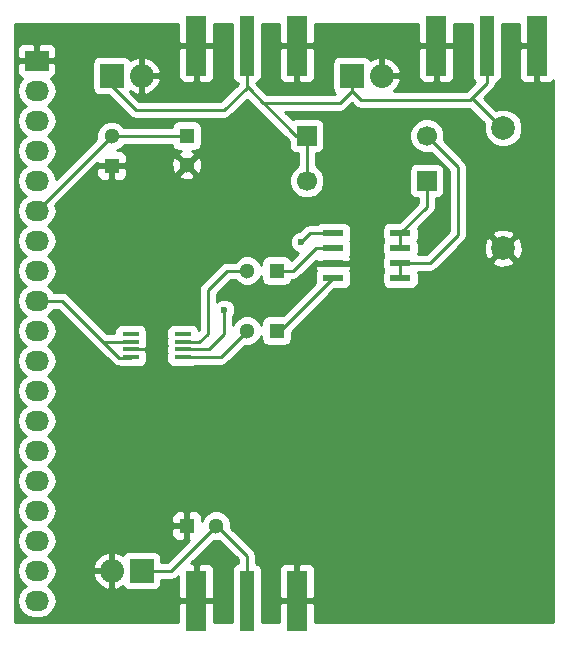
<source format=gbr>
G04 #@! TF.FileFunction,Copper,L1,Top,Signal*
%FSLAX46Y46*%
G04 Gerber Fmt 4.6, Leading zero omitted, Abs format (unit mm)*
G04 Created by KiCad (PCBNEW 4.0.6-e0-6349~53~ubuntu16.04.1) date Thu Oct  5 16:52:54 2017*
%MOMM*%
%LPD*%
G01*
G04 APERTURE LIST*
%ADD10C,0.100000*%
%ADD11R,1.300000X1.300000*%
%ADD12C,1.300000*%
%ADD13C,1.699260*%
%ADD14R,1.699260X1.699260*%
%ADD15R,2.032000X1.727200*%
%ADD16O,2.032000X1.727200*%
%ADD17R,1.778000X5.080000*%
%ADD18R,1.270000X5.080000*%
%ADD19R,2.032000X2.032000*%
%ADD20O,2.032000X2.032000*%
%ADD21R,1.450000X0.450000*%
%ADD22R,1.800000X0.600000*%
%ADD23C,1.998980*%
%ADD24C,0.600000*%
%ADD25C,0.250000*%
%ADD26C,0.254000*%
G04 APERTURE END LIST*
D10*
D11*
X93980000Y-132080000D03*
D12*
X93980000Y-129580000D03*
D11*
X100330000Y-129540000D03*
D12*
X100330000Y-132040000D03*
D11*
X100330000Y-162560000D03*
D12*
X102830000Y-162560000D03*
D11*
X107950000Y-140970000D03*
D12*
X105450000Y-140970000D03*
D11*
X107950000Y-146050000D03*
D12*
X105450000Y-146050000D03*
D13*
X120650520Y-129537460D03*
D14*
X110490520Y-129537460D03*
D13*
X110489480Y-133352540D03*
D14*
X120649480Y-133352540D03*
D15*
X87630000Y-123190000D03*
D16*
X87630000Y-125730000D03*
X87630000Y-128270000D03*
X87630000Y-130810000D03*
X87630000Y-133350000D03*
X87630000Y-135890000D03*
X87630000Y-138430000D03*
X87630000Y-140970000D03*
X87630000Y-143510000D03*
X87630000Y-146050000D03*
X87630000Y-148590000D03*
X87630000Y-151130000D03*
X87630000Y-153670000D03*
X87630000Y-156210000D03*
X87630000Y-158750000D03*
X87630000Y-161290000D03*
X87630000Y-163830000D03*
X87630000Y-166370000D03*
X87630000Y-168910000D03*
D17*
X101155500Y-168910000D03*
X109664500Y-168910000D03*
D18*
X105410000Y-168910000D03*
D19*
X96520000Y-166370000D03*
D20*
X93980000Y-166370000D03*
D17*
X121475500Y-121920000D03*
X129984500Y-121920000D03*
D18*
X125730000Y-121920000D03*
D17*
X101155500Y-121920000D03*
X109664500Y-121920000D03*
D18*
X105410000Y-121920000D03*
D19*
X114300000Y-124460000D03*
D20*
X116840000Y-124460000D03*
D19*
X93980000Y-124460000D03*
D20*
X96520000Y-124460000D03*
D21*
X95590000Y-146345000D03*
X95590000Y-146995000D03*
X95590000Y-147645000D03*
X95590000Y-148295000D03*
X99990000Y-148295000D03*
X99990000Y-147645000D03*
X99990000Y-146995000D03*
X99990000Y-146345000D03*
D22*
X112720000Y-137795000D03*
X112720000Y-139065000D03*
X112720000Y-140335000D03*
X112720000Y-141605000D03*
X118420000Y-141605000D03*
X118420000Y-140335000D03*
X118420000Y-139065000D03*
X118420000Y-137795000D03*
D23*
X127127000Y-128905000D03*
X127127000Y-139065000D03*
D24*
X103505000Y-144272000D03*
X109982000Y-138557000D03*
D25*
X102235000Y-147574000D02*
X100061000Y-147574000D01*
X103505000Y-146304000D02*
X102235000Y-147574000D01*
X103505000Y-144272000D02*
X103505000Y-146304000D01*
X100061000Y-147574000D02*
X99990000Y-147645000D01*
X87630000Y-135890000D02*
X87670000Y-135890000D01*
X87670000Y-135890000D02*
X94020000Y-129540000D01*
X94020000Y-129540000D02*
X100330000Y-129540000D01*
X110744000Y-137795000D02*
X112720000Y-137795000D01*
X109982000Y-138557000D02*
X110744000Y-137795000D01*
X102870000Y-162560000D02*
X105410000Y-165100000D01*
X105410000Y-165100000D02*
X105410000Y-168910000D01*
X96520000Y-166370000D02*
X99020000Y-166370000D01*
X99020000Y-166370000D02*
X102830000Y-162560000D01*
X107950000Y-140970000D02*
X109347000Y-140970000D01*
X111252000Y-139065000D02*
X112720000Y-139065000D01*
X109347000Y-140970000D02*
X111252000Y-139065000D01*
X105450000Y-140970000D02*
X103759000Y-140970000D01*
X101417000Y-146995000D02*
X99990000Y-146995000D01*
X102108000Y-146304000D02*
X101417000Y-146995000D01*
X102108000Y-142621000D02*
X102108000Y-146304000D01*
X103759000Y-140970000D02*
X102108000Y-142621000D01*
X107950000Y-146050000D02*
X108275000Y-146050000D01*
X108275000Y-146050000D02*
X112720000Y-141605000D01*
X99990000Y-148295000D02*
X103205000Y-148295000D01*
X103205000Y-148295000D02*
X105450000Y-146050000D01*
X118420000Y-141605000D02*
X118420000Y-140335000D01*
X118420000Y-140335000D02*
X120904000Y-140335000D01*
X120904000Y-140335000D02*
X123317000Y-137922000D01*
X123317000Y-137922000D02*
X123317000Y-132203940D01*
X123317000Y-132203940D02*
X120650520Y-129537460D01*
X127127000Y-128905000D02*
X127000000Y-128905000D01*
X127000000Y-128905000D02*
X124460000Y-126365000D01*
X105410000Y-121920000D02*
X105410000Y-125349000D01*
X105410000Y-125349000D02*
X109598460Y-129537460D01*
X109598460Y-129537460D02*
X110490520Y-129537460D01*
X113284000Y-126746000D02*
X114300000Y-125730000D01*
X106807000Y-126746000D02*
X113284000Y-126746000D01*
X105410000Y-125349000D02*
X106807000Y-126746000D01*
X114300000Y-125730000D02*
X114300000Y-124460000D01*
X93980000Y-124460000D02*
X93980000Y-125349000D01*
X93980000Y-125349000D02*
X96012000Y-127381000D01*
X96012000Y-127381000D02*
X103505000Y-127381000D01*
X103505000Y-127381000D02*
X105410000Y-125476000D01*
X105410000Y-125476000D02*
X105410000Y-121920000D01*
X110489480Y-133352540D02*
X110489480Y-129538500D01*
X110489480Y-129538500D02*
X110490520Y-129537460D01*
X114300000Y-124460000D02*
X114300000Y-125730000D01*
X125730000Y-125095000D02*
X125730000Y-121920000D01*
X114300000Y-125730000D02*
X115062000Y-126492000D01*
X115062000Y-126492000D02*
X124333000Y-126492000D01*
X124333000Y-126492000D02*
X124460000Y-126365000D01*
X124460000Y-126365000D02*
X125730000Y-125095000D01*
X118420000Y-139065000D02*
X118420000Y-137795000D01*
X118420000Y-137795000D02*
X120649480Y-135565520D01*
X120649480Y-135565520D02*
X120649480Y-133352540D01*
X93274000Y-146995000D02*
X94615000Y-148336000D01*
X94615000Y-148336000D02*
X95549000Y-148336000D01*
X95549000Y-148336000D02*
X95590000Y-148295000D01*
X87630000Y-143510000D02*
X89789000Y-143510000D01*
X93274000Y-146995000D02*
X93472000Y-146995000D01*
X93472000Y-146995000D02*
X95590000Y-146995000D01*
X89789000Y-143510000D02*
X93274000Y-146995000D01*
X95590000Y-147645000D02*
X97353000Y-147645000D01*
X93980000Y-136017000D02*
X93980000Y-132080000D01*
X97663000Y-139700000D02*
X93980000Y-136017000D01*
X97663000Y-147335000D02*
X97663000Y-139700000D01*
X97353000Y-147645000D02*
X97663000Y-147335000D01*
D26*
G36*
X99631500Y-121634250D02*
X99790250Y-121793000D01*
X101028500Y-121793000D01*
X101028500Y-121773000D01*
X101282500Y-121773000D01*
X101282500Y-121793000D01*
X102520750Y-121793000D01*
X102679500Y-121634250D01*
X102679500Y-120090000D01*
X104127560Y-120090000D01*
X104127560Y-124460000D01*
X104171838Y-124695317D01*
X104310910Y-124911441D01*
X104523110Y-125056431D01*
X104650000Y-125082127D01*
X104650000Y-125161198D01*
X103190198Y-126621000D01*
X96326802Y-126621000D01*
X95527996Y-125822194D01*
X95547856Y-125793128D01*
X95551621Y-125797188D01*
X96137054Y-126065983D01*
X96393000Y-125947367D01*
X96393000Y-124587000D01*
X96647000Y-124587000D01*
X96647000Y-125947367D01*
X96902946Y-126065983D01*
X97488379Y-125797188D01*
X97926385Y-125324818D01*
X98125975Y-124842944D01*
X98006836Y-124587000D01*
X96647000Y-124587000D01*
X96393000Y-124587000D01*
X96373000Y-124587000D01*
X96373000Y-124333000D01*
X96393000Y-124333000D01*
X96393000Y-122972633D01*
X96647000Y-122972633D01*
X96647000Y-124333000D01*
X98006836Y-124333000D01*
X98125975Y-124077056D01*
X97926385Y-123595182D01*
X97488379Y-123122812D01*
X96902946Y-122854017D01*
X96647000Y-122972633D01*
X96393000Y-122972633D01*
X96137054Y-122854017D01*
X95551621Y-123122812D01*
X95547066Y-123127724D01*
X95460090Y-122992559D01*
X95247890Y-122847569D01*
X94996000Y-122796560D01*
X92964000Y-122796560D01*
X92728683Y-122840838D01*
X92512559Y-122979910D01*
X92367569Y-123192110D01*
X92316560Y-123444000D01*
X92316560Y-125476000D01*
X92360838Y-125711317D01*
X92499910Y-125927441D01*
X92712110Y-126072431D01*
X92964000Y-126123440D01*
X93679638Y-126123440D01*
X95474599Y-127918401D01*
X95721161Y-128083148D01*
X96012000Y-128141000D01*
X103505000Y-128141000D01*
X103795839Y-128083148D01*
X104042401Y-127918401D01*
X105473500Y-126487302D01*
X108993450Y-130007252D01*
X108993450Y-130387090D01*
X109037728Y-130622407D01*
X109176800Y-130838531D01*
X109389000Y-130983521D01*
X109640890Y-131034530D01*
X109729480Y-131034530D01*
X109729480Y-132060193D01*
X109649603Y-132093198D01*
X109231606Y-132510466D01*
X109005108Y-133055933D01*
X109004592Y-133646556D01*
X109230138Y-134192417D01*
X109647406Y-134610414D01*
X110192873Y-134836912D01*
X110783496Y-134837428D01*
X111329357Y-134611882D01*
X111747354Y-134194614D01*
X111973852Y-133649147D01*
X111974368Y-133058524D01*
X111748822Y-132512663D01*
X111331554Y-132094666D01*
X111249480Y-132060586D01*
X111249480Y-131034530D01*
X111340150Y-131034530D01*
X111575467Y-130990252D01*
X111791591Y-130851180D01*
X111936581Y-130638980D01*
X111987590Y-130387090D01*
X111987590Y-128687830D01*
X111943312Y-128452513D01*
X111804240Y-128236389D01*
X111592040Y-128091399D01*
X111340150Y-128040390D01*
X109640890Y-128040390D01*
X109405573Y-128084668D01*
X109292944Y-128157142D01*
X108641802Y-127506000D01*
X113284000Y-127506000D01*
X113574839Y-127448148D01*
X113821401Y-127283401D01*
X114300000Y-126804802D01*
X114524599Y-127029401D01*
X114771161Y-127194148D01*
X115062000Y-127252000D01*
X124272198Y-127252000D01*
X125523853Y-128503655D01*
X125492794Y-128578453D01*
X125492226Y-129228694D01*
X125740538Y-129829655D01*
X126199927Y-130289846D01*
X126800453Y-130539206D01*
X127450694Y-130539774D01*
X128051655Y-130291462D01*
X128511846Y-129832073D01*
X128761206Y-129231547D01*
X128761774Y-128581306D01*
X128513462Y-127980345D01*
X128054073Y-127520154D01*
X127453547Y-127270794D01*
X126803306Y-127270226D01*
X126546244Y-127376442D01*
X125534802Y-126365000D01*
X126267401Y-125632401D01*
X126432148Y-125385840D01*
X126490000Y-125095000D01*
X126490000Y-125083920D01*
X126600317Y-125063162D01*
X126816441Y-124924090D01*
X126961431Y-124711890D01*
X127012440Y-124460000D01*
X127012440Y-122205750D01*
X128460500Y-122205750D01*
X128460500Y-124586310D01*
X128557173Y-124819699D01*
X128735802Y-124998327D01*
X128969191Y-125095000D01*
X129698750Y-125095000D01*
X129857500Y-124936250D01*
X129857500Y-122047000D01*
X128619250Y-122047000D01*
X128460500Y-122205750D01*
X127012440Y-122205750D01*
X127012440Y-120090000D01*
X128460500Y-120090000D01*
X128460500Y-121634250D01*
X128619250Y-121793000D01*
X129857500Y-121793000D01*
X129857500Y-121773000D01*
X130111500Y-121773000D01*
X130111500Y-121793000D01*
X130131500Y-121793000D01*
X130131500Y-122047000D01*
X130111500Y-122047000D01*
X130111500Y-124936250D01*
X130270250Y-125095000D01*
X130999809Y-125095000D01*
X131233198Y-124998327D01*
X131370000Y-124861526D01*
X131370000Y-170740000D01*
X111188500Y-170740000D01*
X111188500Y-169195750D01*
X111029750Y-169037000D01*
X109791500Y-169037000D01*
X109791500Y-169057000D01*
X109537500Y-169057000D01*
X109537500Y-169037000D01*
X108299250Y-169037000D01*
X108140500Y-169195750D01*
X108140500Y-170740000D01*
X106692440Y-170740000D01*
X106692440Y-166370000D01*
X106668674Y-166243690D01*
X108140500Y-166243690D01*
X108140500Y-168624250D01*
X108299250Y-168783000D01*
X109537500Y-168783000D01*
X109537500Y-165893750D01*
X109791500Y-165893750D01*
X109791500Y-168783000D01*
X111029750Y-168783000D01*
X111188500Y-168624250D01*
X111188500Y-166243690D01*
X111091827Y-166010301D01*
X110913198Y-165831673D01*
X110679809Y-165735000D01*
X109950250Y-165735000D01*
X109791500Y-165893750D01*
X109537500Y-165893750D01*
X109378750Y-165735000D01*
X108649191Y-165735000D01*
X108415802Y-165831673D01*
X108237173Y-166010301D01*
X108140500Y-166243690D01*
X106668674Y-166243690D01*
X106648162Y-166134683D01*
X106509090Y-165918559D01*
X106296890Y-165773569D01*
X106170000Y-165747873D01*
X106170000Y-165100000D01*
X106112148Y-164809161D01*
X106112148Y-164809160D01*
X105947401Y-164562599D01*
X104114853Y-162730051D01*
X104115223Y-162305519D01*
X103920005Y-161833057D01*
X103558845Y-161471265D01*
X103086724Y-161275223D01*
X102575519Y-161274777D01*
X102103057Y-161469995D01*
X101741265Y-161831155D01*
X101615000Y-162135235D01*
X101615000Y-161783690D01*
X101518327Y-161550301D01*
X101339698Y-161371673D01*
X101106309Y-161275000D01*
X100615750Y-161275000D01*
X100457000Y-161433750D01*
X100457000Y-162433000D01*
X100477000Y-162433000D01*
X100477000Y-162687000D01*
X100457000Y-162687000D01*
X100457000Y-163686250D01*
X100542974Y-163772224D01*
X98705198Y-165610000D01*
X98183440Y-165610000D01*
X98183440Y-165354000D01*
X98139162Y-165118683D01*
X98000090Y-164902559D01*
X97787890Y-164757569D01*
X97536000Y-164706560D01*
X95504000Y-164706560D01*
X95268683Y-164750838D01*
X95052559Y-164889910D01*
X94952144Y-165036872D01*
X94948379Y-165032812D01*
X94362946Y-164764017D01*
X94107000Y-164882633D01*
X94107000Y-166243000D01*
X94127000Y-166243000D01*
X94127000Y-166497000D01*
X94107000Y-166497000D01*
X94107000Y-167857367D01*
X94362946Y-167975983D01*
X94948379Y-167707188D01*
X94952934Y-167702276D01*
X95039910Y-167837441D01*
X95252110Y-167982431D01*
X95504000Y-168033440D01*
X97536000Y-168033440D01*
X97771317Y-167989162D01*
X97987441Y-167850090D01*
X98132431Y-167637890D01*
X98183440Y-167386000D01*
X98183440Y-167130000D01*
X99020000Y-167130000D01*
X99310839Y-167072148D01*
X99557401Y-166907401D01*
X99631500Y-166833302D01*
X99631500Y-168624250D01*
X99790250Y-168783000D01*
X101028500Y-168783000D01*
X101028500Y-165893750D01*
X101282500Y-165893750D01*
X101282500Y-168783000D01*
X102520750Y-168783000D01*
X102679500Y-168624250D01*
X102679500Y-166243690D01*
X102582827Y-166010301D01*
X102404198Y-165831673D01*
X102170809Y-165735000D01*
X101441250Y-165735000D01*
X101282500Y-165893750D01*
X101028500Y-165893750D01*
X100869750Y-165735000D01*
X100729802Y-165735000D01*
X102619984Y-163844818D01*
X103080417Y-163845219D01*
X104650000Y-165414802D01*
X104650000Y-165746080D01*
X104539683Y-165766838D01*
X104323559Y-165905910D01*
X104178569Y-166118110D01*
X104127560Y-166370000D01*
X104127560Y-170740000D01*
X102679500Y-170740000D01*
X102679500Y-169195750D01*
X102520750Y-169037000D01*
X101282500Y-169037000D01*
X101282500Y-169057000D01*
X101028500Y-169057000D01*
X101028500Y-169037000D01*
X99790250Y-169037000D01*
X99631500Y-169195750D01*
X99631500Y-170740000D01*
X85800000Y-170740000D01*
X85800000Y-125730000D01*
X85946655Y-125730000D01*
X86060729Y-126303489D01*
X86385585Y-126789670D01*
X86700366Y-127000000D01*
X86385585Y-127210330D01*
X86060729Y-127696511D01*
X85946655Y-128270000D01*
X86060729Y-128843489D01*
X86385585Y-129329670D01*
X86700366Y-129540000D01*
X86385585Y-129750330D01*
X86060729Y-130236511D01*
X85946655Y-130810000D01*
X86060729Y-131383489D01*
X86385585Y-131869670D01*
X86700366Y-132080000D01*
X86385585Y-132290330D01*
X86060729Y-132776511D01*
X85946655Y-133350000D01*
X86060729Y-133923489D01*
X86385585Y-134409670D01*
X86700366Y-134620000D01*
X86385585Y-134830330D01*
X86060729Y-135316511D01*
X85946655Y-135890000D01*
X86060729Y-136463489D01*
X86385585Y-136949670D01*
X86700366Y-137160000D01*
X86385585Y-137370330D01*
X86060729Y-137856511D01*
X85946655Y-138430000D01*
X86060729Y-139003489D01*
X86385585Y-139489670D01*
X86700366Y-139700000D01*
X86385585Y-139910330D01*
X86060729Y-140396511D01*
X85946655Y-140970000D01*
X86060729Y-141543489D01*
X86385585Y-142029670D01*
X86700366Y-142240000D01*
X86385585Y-142450330D01*
X86060729Y-142936511D01*
X85946655Y-143510000D01*
X86060729Y-144083489D01*
X86385585Y-144569670D01*
X86700366Y-144780000D01*
X86385585Y-144990330D01*
X86060729Y-145476511D01*
X85946655Y-146050000D01*
X86060729Y-146623489D01*
X86385585Y-147109670D01*
X86700366Y-147320000D01*
X86385585Y-147530330D01*
X86060729Y-148016511D01*
X85946655Y-148590000D01*
X86060729Y-149163489D01*
X86385585Y-149649670D01*
X86700366Y-149860000D01*
X86385585Y-150070330D01*
X86060729Y-150556511D01*
X85946655Y-151130000D01*
X86060729Y-151703489D01*
X86385585Y-152189670D01*
X86700366Y-152400000D01*
X86385585Y-152610330D01*
X86060729Y-153096511D01*
X85946655Y-153670000D01*
X86060729Y-154243489D01*
X86385585Y-154729670D01*
X86700366Y-154940000D01*
X86385585Y-155150330D01*
X86060729Y-155636511D01*
X85946655Y-156210000D01*
X86060729Y-156783489D01*
X86385585Y-157269670D01*
X86700366Y-157480000D01*
X86385585Y-157690330D01*
X86060729Y-158176511D01*
X85946655Y-158750000D01*
X86060729Y-159323489D01*
X86385585Y-159809670D01*
X86700366Y-160020000D01*
X86385585Y-160230330D01*
X86060729Y-160716511D01*
X85946655Y-161290000D01*
X86060729Y-161863489D01*
X86385585Y-162349670D01*
X86700366Y-162560000D01*
X86385585Y-162770330D01*
X86060729Y-163256511D01*
X85946655Y-163830000D01*
X86060729Y-164403489D01*
X86385585Y-164889670D01*
X86700366Y-165100000D01*
X86385585Y-165310330D01*
X86060729Y-165796511D01*
X85946655Y-166370000D01*
X86060729Y-166943489D01*
X86385585Y-167429670D01*
X86700366Y-167640000D01*
X86385585Y-167850330D01*
X86060729Y-168336511D01*
X85946655Y-168910000D01*
X86060729Y-169483489D01*
X86385585Y-169969670D01*
X86871766Y-170294526D01*
X87445255Y-170408600D01*
X87814745Y-170408600D01*
X88388234Y-170294526D01*
X88874415Y-169969670D01*
X89199271Y-169483489D01*
X89313345Y-168910000D01*
X89199271Y-168336511D01*
X88874415Y-167850330D01*
X88559634Y-167640000D01*
X88874415Y-167429670D01*
X89199271Y-166943489D01*
X89237172Y-166752944D01*
X92374025Y-166752944D01*
X92573615Y-167234818D01*
X93011621Y-167707188D01*
X93597054Y-167975983D01*
X93853000Y-167857367D01*
X93853000Y-166497000D01*
X92493164Y-166497000D01*
X92374025Y-166752944D01*
X89237172Y-166752944D01*
X89313345Y-166370000D01*
X89237173Y-165987056D01*
X92374025Y-165987056D01*
X92493164Y-166243000D01*
X93853000Y-166243000D01*
X93853000Y-164882633D01*
X93597054Y-164764017D01*
X93011621Y-165032812D01*
X92573615Y-165505182D01*
X92374025Y-165987056D01*
X89237173Y-165987056D01*
X89199271Y-165796511D01*
X88874415Y-165310330D01*
X88559634Y-165100000D01*
X88874415Y-164889670D01*
X89199271Y-164403489D01*
X89313345Y-163830000D01*
X89199271Y-163256511D01*
X88924810Y-162845750D01*
X99045000Y-162845750D01*
X99045000Y-163336310D01*
X99141673Y-163569699D01*
X99320302Y-163748327D01*
X99553691Y-163845000D01*
X100044250Y-163845000D01*
X100203000Y-163686250D01*
X100203000Y-162687000D01*
X99203750Y-162687000D01*
X99045000Y-162845750D01*
X88924810Y-162845750D01*
X88874415Y-162770330D01*
X88559634Y-162560000D01*
X88874415Y-162349670D01*
X89199271Y-161863489D01*
X89215144Y-161783690D01*
X99045000Y-161783690D01*
X99045000Y-162274250D01*
X99203750Y-162433000D01*
X100203000Y-162433000D01*
X100203000Y-161433750D01*
X100044250Y-161275000D01*
X99553691Y-161275000D01*
X99320302Y-161371673D01*
X99141673Y-161550301D01*
X99045000Y-161783690D01*
X89215144Y-161783690D01*
X89313345Y-161290000D01*
X89199271Y-160716511D01*
X88874415Y-160230330D01*
X88559634Y-160020000D01*
X88874415Y-159809670D01*
X89199271Y-159323489D01*
X89313345Y-158750000D01*
X89199271Y-158176511D01*
X88874415Y-157690330D01*
X88559634Y-157480000D01*
X88874415Y-157269670D01*
X89199271Y-156783489D01*
X89313345Y-156210000D01*
X89199271Y-155636511D01*
X88874415Y-155150330D01*
X88559634Y-154940000D01*
X88874415Y-154729670D01*
X89199271Y-154243489D01*
X89313345Y-153670000D01*
X89199271Y-153096511D01*
X88874415Y-152610330D01*
X88559634Y-152400000D01*
X88874415Y-152189670D01*
X89199271Y-151703489D01*
X89313345Y-151130000D01*
X89199271Y-150556511D01*
X88874415Y-150070330D01*
X88559634Y-149860000D01*
X88874415Y-149649670D01*
X89199271Y-149163489D01*
X89313345Y-148590000D01*
X89199271Y-148016511D01*
X88874415Y-147530330D01*
X88559634Y-147320000D01*
X88874415Y-147109670D01*
X89199271Y-146623489D01*
X89313345Y-146050000D01*
X89199271Y-145476511D01*
X88874415Y-144990330D01*
X88559634Y-144780000D01*
X88874415Y-144569670D01*
X89074648Y-144270000D01*
X89474198Y-144270000D01*
X94077599Y-148873401D01*
X94324160Y-149038148D01*
X94570152Y-149087079D01*
X94613110Y-149116431D01*
X94865000Y-149167440D01*
X96315000Y-149167440D01*
X96550317Y-149123162D01*
X96766441Y-148984090D01*
X96911431Y-148771890D01*
X96962440Y-148520000D01*
X96962440Y-148070000D01*
X96949020Y-147998677D01*
X96950000Y-147996310D01*
X96950000Y-147916250D01*
X96929688Y-147895938D01*
X96918162Y-147834683D01*
X96794671Y-147642773D01*
X96911431Y-147471890D01*
X96926558Y-147397192D01*
X96950000Y-147373750D01*
X96950000Y-147293690D01*
X96948333Y-147289665D01*
X96962440Y-147220000D01*
X96962440Y-146770000D01*
X96942933Y-146666329D01*
X96962440Y-146570000D01*
X96962440Y-146120000D01*
X98617560Y-146120000D01*
X98617560Y-146570000D01*
X98637067Y-146673671D01*
X98617560Y-146770000D01*
X98617560Y-147220000D01*
X98637067Y-147323671D01*
X98617560Y-147420000D01*
X98617560Y-147870000D01*
X98637067Y-147973671D01*
X98617560Y-148070000D01*
X98617560Y-148520000D01*
X98661838Y-148755317D01*
X98800910Y-148971441D01*
X99013110Y-149116431D01*
X99265000Y-149167440D01*
X100715000Y-149167440D01*
X100950317Y-149123162D01*
X101056244Y-149055000D01*
X103205000Y-149055000D01*
X103495839Y-148997148D01*
X103742401Y-148832401D01*
X105239984Y-147334818D01*
X105704481Y-147335223D01*
X106176943Y-147140005D01*
X106538735Y-146778845D01*
X106652560Y-146504724D01*
X106652560Y-146700000D01*
X106696838Y-146935317D01*
X106835910Y-147151441D01*
X107048110Y-147296431D01*
X107300000Y-147347440D01*
X108600000Y-147347440D01*
X108835317Y-147303162D01*
X109051441Y-147164090D01*
X109196431Y-146951890D01*
X109247440Y-146700000D01*
X109247440Y-146152362D01*
X112847362Y-142552440D01*
X113620000Y-142552440D01*
X113855317Y-142508162D01*
X114071441Y-142369090D01*
X114216431Y-142156890D01*
X114267440Y-141905000D01*
X114267440Y-141305000D01*
X114223162Y-141069683D01*
X114164822Y-140979020D01*
X114255000Y-140761310D01*
X114255000Y-140620750D01*
X114096250Y-140462000D01*
X112847000Y-140462000D01*
X112847000Y-140482000D01*
X112593000Y-140482000D01*
X112593000Y-140462000D01*
X111343750Y-140462000D01*
X111185000Y-140620750D01*
X111185000Y-140761310D01*
X111274806Y-140978122D01*
X111223569Y-141053110D01*
X111172560Y-141305000D01*
X111172560Y-141905000D01*
X111199900Y-142050298D01*
X108497638Y-144752560D01*
X107300000Y-144752560D01*
X107064683Y-144796838D01*
X106848559Y-144935910D01*
X106703569Y-145148110D01*
X106652560Y-145400000D01*
X106652560Y-145595460D01*
X106540005Y-145323057D01*
X106178845Y-144961265D01*
X105706724Y-144765223D01*
X105195519Y-144764777D01*
X104723057Y-144959995D01*
X104361265Y-145321155D01*
X104265000Y-145552987D01*
X104265000Y-144834463D01*
X104297192Y-144802327D01*
X104439838Y-144458799D01*
X104440162Y-144086833D01*
X104298117Y-143743057D01*
X104035327Y-143479808D01*
X103691799Y-143337162D01*
X103319833Y-143336838D01*
X102976057Y-143478883D01*
X102868000Y-143586752D01*
X102868000Y-142935802D01*
X104073802Y-141730000D01*
X104392994Y-141730000D01*
X104721155Y-142058735D01*
X105193276Y-142254777D01*
X105704481Y-142255223D01*
X106176943Y-142060005D01*
X106538735Y-141698845D01*
X106652560Y-141424724D01*
X106652560Y-141620000D01*
X106696838Y-141855317D01*
X106835910Y-142071441D01*
X107048110Y-142216431D01*
X107300000Y-142267440D01*
X108600000Y-142267440D01*
X108835317Y-142223162D01*
X109051441Y-142084090D01*
X109196431Y-141871890D01*
X109225164Y-141730000D01*
X109347000Y-141730000D01*
X109637839Y-141672148D01*
X109884401Y-141507401D01*
X111263776Y-140128026D01*
X111343750Y-140208000D01*
X112593000Y-140208000D01*
X112593000Y-140188000D01*
X112847000Y-140188000D01*
X112847000Y-140208000D01*
X114096250Y-140208000D01*
X114255000Y-140049250D01*
X114255000Y-139908690D01*
X114165194Y-139691878D01*
X114216431Y-139616890D01*
X114267440Y-139365000D01*
X114267440Y-138765000D01*
X114223162Y-138529683D01*
X114159322Y-138430472D01*
X114216431Y-138346890D01*
X114267440Y-138095000D01*
X114267440Y-137495000D01*
X116872560Y-137495000D01*
X116872560Y-138095000D01*
X116916838Y-138330317D01*
X116980678Y-138429528D01*
X116923569Y-138513110D01*
X116872560Y-138765000D01*
X116872560Y-139365000D01*
X116916838Y-139600317D01*
X116980678Y-139699528D01*
X116923569Y-139783110D01*
X116872560Y-140035000D01*
X116872560Y-140635000D01*
X116916838Y-140870317D01*
X116980678Y-140969528D01*
X116923569Y-141053110D01*
X116872560Y-141305000D01*
X116872560Y-141905000D01*
X116916838Y-142140317D01*
X117055910Y-142356441D01*
X117268110Y-142501431D01*
X117520000Y-142552440D01*
X119320000Y-142552440D01*
X119555317Y-142508162D01*
X119771441Y-142369090D01*
X119916431Y-142156890D01*
X119967440Y-141905000D01*
X119967440Y-141305000D01*
X119927926Y-141095000D01*
X120904000Y-141095000D01*
X121194839Y-141037148D01*
X121441401Y-140872401D01*
X122096639Y-140217163D01*
X126154443Y-140217163D01*
X126253042Y-140483965D01*
X126862582Y-140710401D01*
X127512377Y-140686341D01*
X128000958Y-140483965D01*
X128099557Y-140217163D01*
X127127000Y-139244605D01*
X126154443Y-140217163D01*
X122096639Y-140217163D01*
X123513220Y-138800582D01*
X125481599Y-138800582D01*
X125505659Y-139450377D01*
X125708035Y-139938958D01*
X125974837Y-140037557D01*
X126947395Y-139065000D01*
X127306605Y-139065000D01*
X128279163Y-140037557D01*
X128545965Y-139938958D01*
X128772401Y-139329418D01*
X128748341Y-138679623D01*
X128545965Y-138191042D01*
X128279163Y-138092443D01*
X127306605Y-139065000D01*
X126947395Y-139065000D01*
X125974837Y-138092443D01*
X125708035Y-138191042D01*
X125481599Y-138800582D01*
X123513220Y-138800582D01*
X123854401Y-138459401D01*
X124019148Y-138212840D01*
X124077000Y-137922000D01*
X124077000Y-137912837D01*
X126154443Y-137912837D01*
X127127000Y-138885395D01*
X128099557Y-137912837D01*
X128000958Y-137646035D01*
X127391418Y-137419599D01*
X126741623Y-137443659D01*
X126253042Y-137646035D01*
X126154443Y-137912837D01*
X124077000Y-137912837D01*
X124077000Y-132203940D01*
X124029566Y-131965474D01*
X124019148Y-131913100D01*
X123854401Y-131666539D01*
X122101748Y-129913886D01*
X122134892Y-129834067D01*
X122135408Y-129243444D01*
X121909862Y-128697583D01*
X121492594Y-128279586D01*
X120947127Y-128053088D01*
X120356504Y-128052572D01*
X119810643Y-128278118D01*
X119392646Y-128695386D01*
X119166148Y-129240853D01*
X119165632Y-129831476D01*
X119391178Y-130377337D01*
X119808446Y-130795334D01*
X120353913Y-131021832D01*
X120944536Y-131022348D01*
X121026669Y-130988411D01*
X122557000Y-132518742D01*
X122557000Y-137607198D01*
X120589198Y-139575000D01*
X119924914Y-139575000D01*
X119967440Y-139365000D01*
X119967440Y-138765000D01*
X119923162Y-138529683D01*
X119859322Y-138430472D01*
X119916431Y-138346890D01*
X119967440Y-138095000D01*
X119967440Y-137495000D01*
X119940100Y-137349702D01*
X121186881Y-136102921D01*
X121351628Y-135856359D01*
X121409480Y-135565520D01*
X121409480Y-134849610D01*
X121499110Y-134849610D01*
X121734427Y-134805332D01*
X121950551Y-134666260D01*
X122095541Y-134454060D01*
X122146550Y-134202170D01*
X122146550Y-132502910D01*
X122102272Y-132267593D01*
X121963200Y-132051469D01*
X121751000Y-131906479D01*
X121499110Y-131855470D01*
X119799850Y-131855470D01*
X119564533Y-131899748D01*
X119348409Y-132038820D01*
X119203419Y-132251020D01*
X119152410Y-132502910D01*
X119152410Y-134202170D01*
X119196688Y-134437487D01*
X119335760Y-134653611D01*
X119547960Y-134798601D01*
X119799850Y-134849610D01*
X119889480Y-134849610D01*
X119889480Y-135250718D01*
X118292638Y-136847560D01*
X117520000Y-136847560D01*
X117284683Y-136891838D01*
X117068559Y-137030910D01*
X116923569Y-137243110D01*
X116872560Y-137495000D01*
X114267440Y-137495000D01*
X114223162Y-137259683D01*
X114084090Y-137043559D01*
X113871890Y-136898569D01*
X113620000Y-136847560D01*
X111820000Y-136847560D01*
X111584683Y-136891838D01*
X111368559Y-137030910D01*
X111365764Y-137035000D01*
X110744000Y-137035000D01*
X110453161Y-137092852D01*
X110206599Y-137257599D01*
X109842320Y-137621878D01*
X109796833Y-137621838D01*
X109453057Y-137763883D01*
X109189808Y-138026673D01*
X109047162Y-138370201D01*
X109046838Y-138742167D01*
X109188883Y-139085943D01*
X109451673Y-139349192D01*
X109763517Y-139478681D01*
X109185290Y-140056908D01*
X109064090Y-139868559D01*
X108851890Y-139723569D01*
X108600000Y-139672560D01*
X107300000Y-139672560D01*
X107064683Y-139716838D01*
X106848559Y-139855910D01*
X106703569Y-140068110D01*
X106652560Y-140320000D01*
X106652560Y-140515460D01*
X106540005Y-140243057D01*
X106178845Y-139881265D01*
X105706724Y-139685223D01*
X105195519Y-139684777D01*
X104723057Y-139879995D01*
X104392475Y-140210000D01*
X103759000Y-140210000D01*
X103468161Y-140267852D01*
X103221599Y-140432599D01*
X101570599Y-142083599D01*
X101405852Y-142330161D01*
X101348000Y-142621000D01*
X101348000Y-145989198D01*
X101339439Y-145997759D01*
X101318162Y-145884683D01*
X101179090Y-145668559D01*
X100966890Y-145523569D01*
X100715000Y-145472560D01*
X99265000Y-145472560D01*
X99029683Y-145516838D01*
X98813559Y-145655910D01*
X98668569Y-145868110D01*
X98617560Y-146120000D01*
X96962440Y-146120000D01*
X96918162Y-145884683D01*
X96779090Y-145668559D01*
X96566890Y-145523569D01*
X96315000Y-145472560D01*
X94865000Y-145472560D01*
X94629683Y-145516838D01*
X94413559Y-145655910D01*
X94268569Y-145868110D01*
X94217560Y-146120000D01*
X94217560Y-146235000D01*
X93588802Y-146235000D01*
X90326401Y-142972599D01*
X90079839Y-142807852D01*
X89789000Y-142750000D01*
X89074648Y-142750000D01*
X88874415Y-142450330D01*
X88559634Y-142240000D01*
X88874415Y-142029670D01*
X89199271Y-141543489D01*
X89313345Y-140970000D01*
X89199271Y-140396511D01*
X88874415Y-139910330D01*
X88559634Y-139700000D01*
X88874415Y-139489670D01*
X89199271Y-139003489D01*
X89313345Y-138430000D01*
X89199271Y-137856511D01*
X88874415Y-137370330D01*
X88559634Y-137160000D01*
X88874415Y-136949670D01*
X89199271Y-136463489D01*
X89313345Y-135890000D01*
X89219018Y-135415784D01*
X92269052Y-132365750D01*
X92695000Y-132365750D01*
X92695000Y-132856309D01*
X92791673Y-133089698D01*
X92970301Y-133268327D01*
X93203690Y-133365000D01*
X93694250Y-133365000D01*
X93853000Y-133206250D01*
X93853000Y-132207000D01*
X94107000Y-132207000D01*
X94107000Y-133206250D01*
X94265750Y-133365000D01*
X94756310Y-133365000D01*
X94989699Y-133268327D01*
X95168327Y-133089698D01*
X95230741Y-132939016D01*
X99610590Y-132939016D01*
X99666271Y-133169611D01*
X100149078Y-133337622D01*
X100659428Y-133308083D01*
X100993729Y-133169611D01*
X101049410Y-132939016D01*
X100330000Y-132219605D01*
X99610590Y-132939016D01*
X95230741Y-132939016D01*
X95265000Y-132856309D01*
X95265000Y-132365750D01*
X95106250Y-132207000D01*
X94107000Y-132207000D01*
X93853000Y-132207000D01*
X92853750Y-132207000D01*
X92695000Y-132365750D01*
X92269052Y-132365750D01*
X92767776Y-131867026D01*
X92853750Y-131953000D01*
X93853000Y-131953000D01*
X93853000Y-131933000D01*
X94107000Y-131933000D01*
X94107000Y-131953000D01*
X95106250Y-131953000D01*
X95200172Y-131859078D01*
X99032378Y-131859078D01*
X99061917Y-132369428D01*
X99200389Y-132703729D01*
X99430984Y-132759410D01*
X100150395Y-132040000D01*
X100509605Y-132040000D01*
X101229016Y-132759410D01*
X101459611Y-132703729D01*
X101627622Y-132220922D01*
X101598083Y-131710572D01*
X101459611Y-131376271D01*
X101229016Y-131320590D01*
X100509605Y-132040000D01*
X100150395Y-132040000D01*
X99430984Y-131320590D01*
X99200389Y-131376271D01*
X99032378Y-131859078D01*
X95200172Y-131859078D01*
X95265000Y-131794250D01*
X95265000Y-131303691D01*
X95168327Y-131070302D01*
X94989699Y-130891673D01*
X94756310Y-130795000D01*
X94404433Y-130795000D01*
X94706943Y-130670005D01*
X95068735Y-130308845D01*
X95072408Y-130300000D01*
X99053258Y-130300000D01*
X99076838Y-130425317D01*
X99215910Y-130641441D01*
X99428110Y-130786431D01*
X99680000Y-130837440D01*
X99842385Y-130837440D01*
X99666271Y-130910389D01*
X99610590Y-131140984D01*
X100330000Y-131860395D01*
X101049410Y-131140984D01*
X100993729Y-130910389D01*
X100784098Y-130837440D01*
X100980000Y-130837440D01*
X101215317Y-130793162D01*
X101431441Y-130654090D01*
X101576431Y-130441890D01*
X101627440Y-130190000D01*
X101627440Y-128890000D01*
X101583162Y-128654683D01*
X101444090Y-128438559D01*
X101231890Y-128293569D01*
X100980000Y-128242560D01*
X99680000Y-128242560D01*
X99444683Y-128286838D01*
X99228559Y-128425910D01*
X99083569Y-128638110D01*
X99054836Y-128780000D01*
X94997076Y-128780000D01*
X94708845Y-128491265D01*
X94236724Y-128295223D01*
X93725519Y-128294777D01*
X93253057Y-128489995D01*
X92891265Y-128851155D01*
X92695223Y-129323276D01*
X92694815Y-129790383D01*
X89283789Y-133201409D01*
X89199271Y-132776511D01*
X88874415Y-132290330D01*
X88559634Y-132080000D01*
X88874415Y-131869670D01*
X89199271Y-131383489D01*
X89313345Y-130810000D01*
X89199271Y-130236511D01*
X88874415Y-129750330D01*
X88559634Y-129540000D01*
X88874415Y-129329670D01*
X89199271Y-128843489D01*
X89313345Y-128270000D01*
X89199271Y-127696511D01*
X88874415Y-127210330D01*
X88559634Y-127000000D01*
X88874415Y-126789670D01*
X89199271Y-126303489D01*
X89313345Y-125730000D01*
X89199271Y-125156511D01*
X88874415Y-124670330D01*
X88852220Y-124655500D01*
X89005699Y-124591927D01*
X89184327Y-124413298D01*
X89281000Y-124179909D01*
X89281000Y-123475750D01*
X89122250Y-123317000D01*
X87757000Y-123317000D01*
X87757000Y-123337000D01*
X87503000Y-123337000D01*
X87503000Y-123317000D01*
X86137750Y-123317000D01*
X85979000Y-123475750D01*
X85979000Y-124179909D01*
X86075673Y-124413298D01*
X86254301Y-124591927D01*
X86407780Y-124655500D01*
X86385585Y-124670330D01*
X86060729Y-125156511D01*
X85946655Y-125730000D01*
X85800000Y-125730000D01*
X85800000Y-122200091D01*
X85979000Y-122200091D01*
X85979000Y-122904250D01*
X86137750Y-123063000D01*
X87503000Y-123063000D01*
X87503000Y-121850150D01*
X87757000Y-121850150D01*
X87757000Y-123063000D01*
X89122250Y-123063000D01*
X89281000Y-122904250D01*
X89281000Y-122205750D01*
X99631500Y-122205750D01*
X99631500Y-124586310D01*
X99728173Y-124819699D01*
X99906802Y-124998327D01*
X100140191Y-125095000D01*
X100869750Y-125095000D01*
X101028500Y-124936250D01*
X101028500Y-122047000D01*
X101282500Y-122047000D01*
X101282500Y-124936250D01*
X101441250Y-125095000D01*
X102170809Y-125095000D01*
X102404198Y-124998327D01*
X102582827Y-124819699D01*
X102679500Y-124586310D01*
X102679500Y-122205750D01*
X102520750Y-122047000D01*
X101282500Y-122047000D01*
X101028500Y-122047000D01*
X99790250Y-122047000D01*
X99631500Y-122205750D01*
X89281000Y-122205750D01*
X89281000Y-122200091D01*
X89184327Y-121966702D01*
X89005699Y-121788073D01*
X88772310Y-121691400D01*
X87915750Y-121691400D01*
X87757000Y-121850150D01*
X87503000Y-121850150D01*
X87344250Y-121691400D01*
X86487690Y-121691400D01*
X86254301Y-121788073D01*
X86075673Y-121966702D01*
X85979000Y-122200091D01*
X85800000Y-122200091D01*
X85800000Y-120090000D01*
X99631500Y-120090000D01*
X99631500Y-121634250D01*
X99631500Y-121634250D01*
G37*
X99631500Y-121634250D02*
X99790250Y-121793000D01*
X101028500Y-121793000D01*
X101028500Y-121773000D01*
X101282500Y-121773000D01*
X101282500Y-121793000D01*
X102520750Y-121793000D01*
X102679500Y-121634250D01*
X102679500Y-120090000D01*
X104127560Y-120090000D01*
X104127560Y-124460000D01*
X104171838Y-124695317D01*
X104310910Y-124911441D01*
X104523110Y-125056431D01*
X104650000Y-125082127D01*
X104650000Y-125161198D01*
X103190198Y-126621000D01*
X96326802Y-126621000D01*
X95527996Y-125822194D01*
X95547856Y-125793128D01*
X95551621Y-125797188D01*
X96137054Y-126065983D01*
X96393000Y-125947367D01*
X96393000Y-124587000D01*
X96647000Y-124587000D01*
X96647000Y-125947367D01*
X96902946Y-126065983D01*
X97488379Y-125797188D01*
X97926385Y-125324818D01*
X98125975Y-124842944D01*
X98006836Y-124587000D01*
X96647000Y-124587000D01*
X96393000Y-124587000D01*
X96373000Y-124587000D01*
X96373000Y-124333000D01*
X96393000Y-124333000D01*
X96393000Y-122972633D01*
X96647000Y-122972633D01*
X96647000Y-124333000D01*
X98006836Y-124333000D01*
X98125975Y-124077056D01*
X97926385Y-123595182D01*
X97488379Y-123122812D01*
X96902946Y-122854017D01*
X96647000Y-122972633D01*
X96393000Y-122972633D01*
X96137054Y-122854017D01*
X95551621Y-123122812D01*
X95547066Y-123127724D01*
X95460090Y-122992559D01*
X95247890Y-122847569D01*
X94996000Y-122796560D01*
X92964000Y-122796560D01*
X92728683Y-122840838D01*
X92512559Y-122979910D01*
X92367569Y-123192110D01*
X92316560Y-123444000D01*
X92316560Y-125476000D01*
X92360838Y-125711317D01*
X92499910Y-125927441D01*
X92712110Y-126072431D01*
X92964000Y-126123440D01*
X93679638Y-126123440D01*
X95474599Y-127918401D01*
X95721161Y-128083148D01*
X96012000Y-128141000D01*
X103505000Y-128141000D01*
X103795839Y-128083148D01*
X104042401Y-127918401D01*
X105473500Y-126487302D01*
X108993450Y-130007252D01*
X108993450Y-130387090D01*
X109037728Y-130622407D01*
X109176800Y-130838531D01*
X109389000Y-130983521D01*
X109640890Y-131034530D01*
X109729480Y-131034530D01*
X109729480Y-132060193D01*
X109649603Y-132093198D01*
X109231606Y-132510466D01*
X109005108Y-133055933D01*
X109004592Y-133646556D01*
X109230138Y-134192417D01*
X109647406Y-134610414D01*
X110192873Y-134836912D01*
X110783496Y-134837428D01*
X111329357Y-134611882D01*
X111747354Y-134194614D01*
X111973852Y-133649147D01*
X111974368Y-133058524D01*
X111748822Y-132512663D01*
X111331554Y-132094666D01*
X111249480Y-132060586D01*
X111249480Y-131034530D01*
X111340150Y-131034530D01*
X111575467Y-130990252D01*
X111791591Y-130851180D01*
X111936581Y-130638980D01*
X111987590Y-130387090D01*
X111987590Y-128687830D01*
X111943312Y-128452513D01*
X111804240Y-128236389D01*
X111592040Y-128091399D01*
X111340150Y-128040390D01*
X109640890Y-128040390D01*
X109405573Y-128084668D01*
X109292944Y-128157142D01*
X108641802Y-127506000D01*
X113284000Y-127506000D01*
X113574839Y-127448148D01*
X113821401Y-127283401D01*
X114300000Y-126804802D01*
X114524599Y-127029401D01*
X114771161Y-127194148D01*
X115062000Y-127252000D01*
X124272198Y-127252000D01*
X125523853Y-128503655D01*
X125492794Y-128578453D01*
X125492226Y-129228694D01*
X125740538Y-129829655D01*
X126199927Y-130289846D01*
X126800453Y-130539206D01*
X127450694Y-130539774D01*
X128051655Y-130291462D01*
X128511846Y-129832073D01*
X128761206Y-129231547D01*
X128761774Y-128581306D01*
X128513462Y-127980345D01*
X128054073Y-127520154D01*
X127453547Y-127270794D01*
X126803306Y-127270226D01*
X126546244Y-127376442D01*
X125534802Y-126365000D01*
X126267401Y-125632401D01*
X126432148Y-125385840D01*
X126490000Y-125095000D01*
X126490000Y-125083920D01*
X126600317Y-125063162D01*
X126816441Y-124924090D01*
X126961431Y-124711890D01*
X127012440Y-124460000D01*
X127012440Y-122205750D01*
X128460500Y-122205750D01*
X128460500Y-124586310D01*
X128557173Y-124819699D01*
X128735802Y-124998327D01*
X128969191Y-125095000D01*
X129698750Y-125095000D01*
X129857500Y-124936250D01*
X129857500Y-122047000D01*
X128619250Y-122047000D01*
X128460500Y-122205750D01*
X127012440Y-122205750D01*
X127012440Y-120090000D01*
X128460500Y-120090000D01*
X128460500Y-121634250D01*
X128619250Y-121793000D01*
X129857500Y-121793000D01*
X129857500Y-121773000D01*
X130111500Y-121773000D01*
X130111500Y-121793000D01*
X130131500Y-121793000D01*
X130131500Y-122047000D01*
X130111500Y-122047000D01*
X130111500Y-124936250D01*
X130270250Y-125095000D01*
X130999809Y-125095000D01*
X131233198Y-124998327D01*
X131370000Y-124861526D01*
X131370000Y-170740000D01*
X111188500Y-170740000D01*
X111188500Y-169195750D01*
X111029750Y-169037000D01*
X109791500Y-169037000D01*
X109791500Y-169057000D01*
X109537500Y-169057000D01*
X109537500Y-169037000D01*
X108299250Y-169037000D01*
X108140500Y-169195750D01*
X108140500Y-170740000D01*
X106692440Y-170740000D01*
X106692440Y-166370000D01*
X106668674Y-166243690D01*
X108140500Y-166243690D01*
X108140500Y-168624250D01*
X108299250Y-168783000D01*
X109537500Y-168783000D01*
X109537500Y-165893750D01*
X109791500Y-165893750D01*
X109791500Y-168783000D01*
X111029750Y-168783000D01*
X111188500Y-168624250D01*
X111188500Y-166243690D01*
X111091827Y-166010301D01*
X110913198Y-165831673D01*
X110679809Y-165735000D01*
X109950250Y-165735000D01*
X109791500Y-165893750D01*
X109537500Y-165893750D01*
X109378750Y-165735000D01*
X108649191Y-165735000D01*
X108415802Y-165831673D01*
X108237173Y-166010301D01*
X108140500Y-166243690D01*
X106668674Y-166243690D01*
X106648162Y-166134683D01*
X106509090Y-165918559D01*
X106296890Y-165773569D01*
X106170000Y-165747873D01*
X106170000Y-165100000D01*
X106112148Y-164809161D01*
X106112148Y-164809160D01*
X105947401Y-164562599D01*
X104114853Y-162730051D01*
X104115223Y-162305519D01*
X103920005Y-161833057D01*
X103558845Y-161471265D01*
X103086724Y-161275223D01*
X102575519Y-161274777D01*
X102103057Y-161469995D01*
X101741265Y-161831155D01*
X101615000Y-162135235D01*
X101615000Y-161783690D01*
X101518327Y-161550301D01*
X101339698Y-161371673D01*
X101106309Y-161275000D01*
X100615750Y-161275000D01*
X100457000Y-161433750D01*
X100457000Y-162433000D01*
X100477000Y-162433000D01*
X100477000Y-162687000D01*
X100457000Y-162687000D01*
X100457000Y-163686250D01*
X100542974Y-163772224D01*
X98705198Y-165610000D01*
X98183440Y-165610000D01*
X98183440Y-165354000D01*
X98139162Y-165118683D01*
X98000090Y-164902559D01*
X97787890Y-164757569D01*
X97536000Y-164706560D01*
X95504000Y-164706560D01*
X95268683Y-164750838D01*
X95052559Y-164889910D01*
X94952144Y-165036872D01*
X94948379Y-165032812D01*
X94362946Y-164764017D01*
X94107000Y-164882633D01*
X94107000Y-166243000D01*
X94127000Y-166243000D01*
X94127000Y-166497000D01*
X94107000Y-166497000D01*
X94107000Y-167857367D01*
X94362946Y-167975983D01*
X94948379Y-167707188D01*
X94952934Y-167702276D01*
X95039910Y-167837441D01*
X95252110Y-167982431D01*
X95504000Y-168033440D01*
X97536000Y-168033440D01*
X97771317Y-167989162D01*
X97987441Y-167850090D01*
X98132431Y-167637890D01*
X98183440Y-167386000D01*
X98183440Y-167130000D01*
X99020000Y-167130000D01*
X99310839Y-167072148D01*
X99557401Y-166907401D01*
X99631500Y-166833302D01*
X99631500Y-168624250D01*
X99790250Y-168783000D01*
X101028500Y-168783000D01*
X101028500Y-165893750D01*
X101282500Y-165893750D01*
X101282500Y-168783000D01*
X102520750Y-168783000D01*
X102679500Y-168624250D01*
X102679500Y-166243690D01*
X102582827Y-166010301D01*
X102404198Y-165831673D01*
X102170809Y-165735000D01*
X101441250Y-165735000D01*
X101282500Y-165893750D01*
X101028500Y-165893750D01*
X100869750Y-165735000D01*
X100729802Y-165735000D01*
X102619984Y-163844818D01*
X103080417Y-163845219D01*
X104650000Y-165414802D01*
X104650000Y-165746080D01*
X104539683Y-165766838D01*
X104323559Y-165905910D01*
X104178569Y-166118110D01*
X104127560Y-166370000D01*
X104127560Y-170740000D01*
X102679500Y-170740000D01*
X102679500Y-169195750D01*
X102520750Y-169037000D01*
X101282500Y-169037000D01*
X101282500Y-169057000D01*
X101028500Y-169057000D01*
X101028500Y-169037000D01*
X99790250Y-169037000D01*
X99631500Y-169195750D01*
X99631500Y-170740000D01*
X85800000Y-170740000D01*
X85800000Y-125730000D01*
X85946655Y-125730000D01*
X86060729Y-126303489D01*
X86385585Y-126789670D01*
X86700366Y-127000000D01*
X86385585Y-127210330D01*
X86060729Y-127696511D01*
X85946655Y-128270000D01*
X86060729Y-128843489D01*
X86385585Y-129329670D01*
X86700366Y-129540000D01*
X86385585Y-129750330D01*
X86060729Y-130236511D01*
X85946655Y-130810000D01*
X86060729Y-131383489D01*
X86385585Y-131869670D01*
X86700366Y-132080000D01*
X86385585Y-132290330D01*
X86060729Y-132776511D01*
X85946655Y-133350000D01*
X86060729Y-133923489D01*
X86385585Y-134409670D01*
X86700366Y-134620000D01*
X86385585Y-134830330D01*
X86060729Y-135316511D01*
X85946655Y-135890000D01*
X86060729Y-136463489D01*
X86385585Y-136949670D01*
X86700366Y-137160000D01*
X86385585Y-137370330D01*
X86060729Y-137856511D01*
X85946655Y-138430000D01*
X86060729Y-139003489D01*
X86385585Y-139489670D01*
X86700366Y-139700000D01*
X86385585Y-139910330D01*
X86060729Y-140396511D01*
X85946655Y-140970000D01*
X86060729Y-141543489D01*
X86385585Y-142029670D01*
X86700366Y-142240000D01*
X86385585Y-142450330D01*
X86060729Y-142936511D01*
X85946655Y-143510000D01*
X86060729Y-144083489D01*
X86385585Y-144569670D01*
X86700366Y-144780000D01*
X86385585Y-144990330D01*
X86060729Y-145476511D01*
X85946655Y-146050000D01*
X86060729Y-146623489D01*
X86385585Y-147109670D01*
X86700366Y-147320000D01*
X86385585Y-147530330D01*
X86060729Y-148016511D01*
X85946655Y-148590000D01*
X86060729Y-149163489D01*
X86385585Y-149649670D01*
X86700366Y-149860000D01*
X86385585Y-150070330D01*
X86060729Y-150556511D01*
X85946655Y-151130000D01*
X86060729Y-151703489D01*
X86385585Y-152189670D01*
X86700366Y-152400000D01*
X86385585Y-152610330D01*
X86060729Y-153096511D01*
X85946655Y-153670000D01*
X86060729Y-154243489D01*
X86385585Y-154729670D01*
X86700366Y-154940000D01*
X86385585Y-155150330D01*
X86060729Y-155636511D01*
X85946655Y-156210000D01*
X86060729Y-156783489D01*
X86385585Y-157269670D01*
X86700366Y-157480000D01*
X86385585Y-157690330D01*
X86060729Y-158176511D01*
X85946655Y-158750000D01*
X86060729Y-159323489D01*
X86385585Y-159809670D01*
X86700366Y-160020000D01*
X86385585Y-160230330D01*
X86060729Y-160716511D01*
X85946655Y-161290000D01*
X86060729Y-161863489D01*
X86385585Y-162349670D01*
X86700366Y-162560000D01*
X86385585Y-162770330D01*
X86060729Y-163256511D01*
X85946655Y-163830000D01*
X86060729Y-164403489D01*
X86385585Y-164889670D01*
X86700366Y-165100000D01*
X86385585Y-165310330D01*
X86060729Y-165796511D01*
X85946655Y-166370000D01*
X86060729Y-166943489D01*
X86385585Y-167429670D01*
X86700366Y-167640000D01*
X86385585Y-167850330D01*
X86060729Y-168336511D01*
X85946655Y-168910000D01*
X86060729Y-169483489D01*
X86385585Y-169969670D01*
X86871766Y-170294526D01*
X87445255Y-170408600D01*
X87814745Y-170408600D01*
X88388234Y-170294526D01*
X88874415Y-169969670D01*
X89199271Y-169483489D01*
X89313345Y-168910000D01*
X89199271Y-168336511D01*
X88874415Y-167850330D01*
X88559634Y-167640000D01*
X88874415Y-167429670D01*
X89199271Y-166943489D01*
X89237172Y-166752944D01*
X92374025Y-166752944D01*
X92573615Y-167234818D01*
X93011621Y-167707188D01*
X93597054Y-167975983D01*
X93853000Y-167857367D01*
X93853000Y-166497000D01*
X92493164Y-166497000D01*
X92374025Y-166752944D01*
X89237172Y-166752944D01*
X89313345Y-166370000D01*
X89237173Y-165987056D01*
X92374025Y-165987056D01*
X92493164Y-166243000D01*
X93853000Y-166243000D01*
X93853000Y-164882633D01*
X93597054Y-164764017D01*
X93011621Y-165032812D01*
X92573615Y-165505182D01*
X92374025Y-165987056D01*
X89237173Y-165987056D01*
X89199271Y-165796511D01*
X88874415Y-165310330D01*
X88559634Y-165100000D01*
X88874415Y-164889670D01*
X89199271Y-164403489D01*
X89313345Y-163830000D01*
X89199271Y-163256511D01*
X88924810Y-162845750D01*
X99045000Y-162845750D01*
X99045000Y-163336310D01*
X99141673Y-163569699D01*
X99320302Y-163748327D01*
X99553691Y-163845000D01*
X100044250Y-163845000D01*
X100203000Y-163686250D01*
X100203000Y-162687000D01*
X99203750Y-162687000D01*
X99045000Y-162845750D01*
X88924810Y-162845750D01*
X88874415Y-162770330D01*
X88559634Y-162560000D01*
X88874415Y-162349670D01*
X89199271Y-161863489D01*
X89215144Y-161783690D01*
X99045000Y-161783690D01*
X99045000Y-162274250D01*
X99203750Y-162433000D01*
X100203000Y-162433000D01*
X100203000Y-161433750D01*
X100044250Y-161275000D01*
X99553691Y-161275000D01*
X99320302Y-161371673D01*
X99141673Y-161550301D01*
X99045000Y-161783690D01*
X89215144Y-161783690D01*
X89313345Y-161290000D01*
X89199271Y-160716511D01*
X88874415Y-160230330D01*
X88559634Y-160020000D01*
X88874415Y-159809670D01*
X89199271Y-159323489D01*
X89313345Y-158750000D01*
X89199271Y-158176511D01*
X88874415Y-157690330D01*
X88559634Y-157480000D01*
X88874415Y-157269670D01*
X89199271Y-156783489D01*
X89313345Y-156210000D01*
X89199271Y-155636511D01*
X88874415Y-155150330D01*
X88559634Y-154940000D01*
X88874415Y-154729670D01*
X89199271Y-154243489D01*
X89313345Y-153670000D01*
X89199271Y-153096511D01*
X88874415Y-152610330D01*
X88559634Y-152400000D01*
X88874415Y-152189670D01*
X89199271Y-151703489D01*
X89313345Y-151130000D01*
X89199271Y-150556511D01*
X88874415Y-150070330D01*
X88559634Y-149860000D01*
X88874415Y-149649670D01*
X89199271Y-149163489D01*
X89313345Y-148590000D01*
X89199271Y-148016511D01*
X88874415Y-147530330D01*
X88559634Y-147320000D01*
X88874415Y-147109670D01*
X89199271Y-146623489D01*
X89313345Y-146050000D01*
X89199271Y-145476511D01*
X88874415Y-144990330D01*
X88559634Y-144780000D01*
X88874415Y-144569670D01*
X89074648Y-144270000D01*
X89474198Y-144270000D01*
X94077599Y-148873401D01*
X94324160Y-149038148D01*
X94570152Y-149087079D01*
X94613110Y-149116431D01*
X94865000Y-149167440D01*
X96315000Y-149167440D01*
X96550317Y-149123162D01*
X96766441Y-148984090D01*
X96911431Y-148771890D01*
X96962440Y-148520000D01*
X96962440Y-148070000D01*
X96949020Y-147998677D01*
X96950000Y-147996310D01*
X96950000Y-147916250D01*
X96929688Y-147895938D01*
X96918162Y-147834683D01*
X96794671Y-147642773D01*
X96911431Y-147471890D01*
X96926558Y-147397192D01*
X96950000Y-147373750D01*
X96950000Y-147293690D01*
X96948333Y-147289665D01*
X96962440Y-147220000D01*
X96962440Y-146770000D01*
X96942933Y-146666329D01*
X96962440Y-146570000D01*
X96962440Y-146120000D01*
X98617560Y-146120000D01*
X98617560Y-146570000D01*
X98637067Y-146673671D01*
X98617560Y-146770000D01*
X98617560Y-147220000D01*
X98637067Y-147323671D01*
X98617560Y-147420000D01*
X98617560Y-147870000D01*
X98637067Y-147973671D01*
X98617560Y-148070000D01*
X98617560Y-148520000D01*
X98661838Y-148755317D01*
X98800910Y-148971441D01*
X99013110Y-149116431D01*
X99265000Y-149167440D01*
X100715000Y-149167440D01*
X100950317Y-149123162D01*
X101056244Y-149055000D01*
X103205000Y-149055000D01*
X103495839Y-148997148D01*
X103742401Y-148832401D01*
X105239984Y-147334818D01*
X105704481Y-147335223D01*
X106176943Y-147140005D01*
X106538735Y-146778845D01*
X106652560Y-146504724D01*
X106652560Y-146700000D01*
X106696838Y-146935317D01*
X106835910Y-147151441D01*
X107048110Y-147296431D01*
X107300000Y-147347440D01*
X108600000Y-147347440D01*
X108835317Y-147303162D01*
X109051441Y-147164090D01*
X109196431Y-146951890D01*
X109247440Y-146700000D01*
X109247440Y-146152362D01*
X112847362Y-142552440D01*
X113620000Y-142552440D01*
X113855317Y-142508162D01*
X114071441Y-142369090D01*
X114216431Y-142156890D01*
X114267440Y-141905000D01*
X114267440Y-141305000D01*
X114223162Y-141069683D01*
X114164822Y-140979020D01*
X114255000Y-140761310D01*
X114255000Y-140620750D01*
X114096250Y-140462000D01*
X112847000Y-140462000D01*
X112847000Y-140482000D01*
X112593000Y-140482000D01*
X112593000Y-140462000D01*
X111343750Y-140462000D01*
X111185000Y-140620750D01*
X111185000Y-140761310D01*
X111274806Y-140978122D01*
X111223569Y-141053110D01*
X111172560Y-141305000D01*
X111172560Y-141905000D01*
X111199900Y-142050298D01*
X108497638Y-144752560D01*
X107300000Y-144752560D01*
X107064683Y-144796838D01*
X106848559Y-144935910D01*
X106703569Y-145148110D01*
X106652560Y-145400000D01*
X106652560Y-145595460D01*
X106540005Y-145323057D01*
X106178845Y-144961265D01*
X105706724Y-144765223D01*
X105195519Y-144764777D01*
X104723057Y-144959995D01*
X104361265Y-145321155D01*
X104265000Y-145552987D01*
X104265000Y-144834463D01*
X104297192Y-144802327D01*
X104439838Y-144458799D01*
X104440162Y-144086833D01*
X104298117Y-143743057D01*
X104035327Y-143479808D01*
X103691799Y-143337162D01*
X103319833Y-143336838D01*
X102976057Y-143478883D01*
X102868000Y-143586752D01*
X102868000Y-142935802D01*
X104073802Y-141730000D01*
X104392994Y-141730000D01*
X104721155Y-142058735D01*
X105193276Y-142254777D01*
X105704481Y-142255223D01*
X106176943Y-142060005D01*
X106538735Y-141698845D01*
X106652560Y-141424724D01*
X106652560Y-141620000D01*
X106696838Y-141855317D01*
X106835910Y-142071441D01*
X107048110Y-142216431D01*
X107300000Y-142267440D01*
X108600000Y-142267440D01*
X108835317Y-142223162D01*
X109051441Y-142084090D01*
X109196431Y-141871890D01*
X109225164Y-141730000D01*
X109347000Y-141730000D01*
X109637839Y-141672148D01*
X109884401Y-141507401D01*
X111263776Y-140128026D01*
X111343750Y-140208000D01*
X112593000Y-140208000D01*
X112593000Y-140188000D01*
X112847000Y-140188000D01*
X112847000Y-140208000D01*
X114096250Y-140208000D01*
X114255000Y-140049250D01*
X114255000Y-139908690D01*
X114165194Y-139691878D01*
X114216431Y-139616890D01*
X114267440Y-139365000D01*
X114267440Y-138765000D01*
X114223162Y-138529683D01*
X114159322Y-138430472D01*
X114216431Y-138346890D01*
X114267440Y-138095000D01*
X114267440Y-137495000D01*
X116872560Y-137495000D01*
X116872560Y-138095000D01*
X116916838Y-138330317D01*
X116980678Y-138429528D01*
X116923569Y-138513110D01*
X116872560Y-138765000D01*
X116872560Y-139365000D01*
X116916838Y-139600317D01*
X116980678Y-139699528D01*
X116923569Y-139783110D01*
X116872560Y-140035000D01*
X116872560Y-140635000D01*
X116916838Y-140870317D01*
X116980678Y-140969528D01*
X116923569Y-141053110D01*
X116872560Y-141305000D01*
X116872560Y-141905000D01*
X116916838Y-142140317D01*
X117055910Y-142356441D01*
X117268110Y-142501431D01*
X117520000Y-142552440D01*
X119320000Y-142552440D01*
X119555317Y-142508162D01*
X119771441Y-142369090D01*
X119916431Y-142156890D01*
X119967440Y-141905000D01*
X119967440Y-141305000D01*
X119927926Y-141095000D01*
X120904000Y-141095000D01*
X121194839Y-141037148D01*
X121441401Y-140872401D01*
X122096639Y-140217163D01*
X126154443Y-140217163D01*
X126253042Y-140483965D01*
X126862582Y-140710401D01*
X127512377Y-140686341D01*
X128000958Y-140483965D01*
X128099557Y-140217163D01*
X127127000Y-139244605D01*
X126154443Y-140217163D01*
X122096639Y-140217163D01*
X123513220Y-138800582D01*
X125481599Y-138800582D01*
X125505659Y-139450377D01*
X125708035Y-139938958D01*
X125974837Y-140037557D01*
X126947395Y-139065000D01*
X127306605Y-139065000D01*
X128279163Y-140037557D01*
X128545965Y-139938958D01*
X128772401Y-139329418D01*
X128748341Y-138679623D01*
X128545965Y-138191042D01*
X128279163Y-138092443D01*
X127306605Y-139065000D01*
X126947395Y-139065000D01*
X125974837Y-138092443D01*
X125708035Y-138191042D01*
X125481599Y-138800582D01*
X123513220Y-138800582D01*
X123854401Y-138459401D01*
X124019148Y-138212840D01*
X124077000Y-137922000D01*
X124077000Y-137912837D01*
X126154443Y-137912837D01*
X127127000Y-138885395D01*
X128099557Y-137912837D01*
X128000958Y-137646035D01*
X127391418Y-137419599D01*
X126741623Y-137443659D01*
X126253042Y-137646035D01*
X126154443Y-137912837D01*
X124077000Y-137912837D01*
X124077000Y-132203940D01*
X124029566Y-131965474D01*
X124019148Y-131913100D01*
X123854401Y-131666539D01*
X122101748Y-129913886D01*
X122134892Y-129834067D01*
X122135408Y-129243444D01*
X121909862Y-128697583D01*
X121492594Y-128279586D01*
X120947127Y-128053088D01*
X120356504Y-128052572D01*
X119810643Y-128278118D01*
X119392646Y-128695386D01*
X119166148Y-129240853D01*
X119165632Y-129831476D01*
X119391178Y-130377337D01*
X119808446Y-130795334D01*
X120353913Y-131021832D01*
X120944536Y-131022348D01*
X121026669Y-130988411D01*
X122557000Y-132518742D01*
X122557000Y-137607198D01*
X120589198Y-139575000D01*
X119924914Y-139575000D01*
X119967440Y-139365000D01*
X119967440Y-138765000D01*
X119923162Y-138529683D01*
X119859322Y-138430472D01*
X119916431Y-138346890D01*
X119967440Y-138095000D01*
X119967440Y-137495000D01*
X119940100Y-137349702D01*
X121186881Y-136102921D01*
X121351628Y-135856359D01*
X121409480Y-135565520D01*
X121409480Y-134849610D01*
X121499110Y-134849610D01*
X121734427Y-134805332D01*
X121950551Y-134666260D01*
X122095541Y-134454060D01*
X122146550Y-134202170D01*
X122146550Y-132502910D01*
X122102272Y-132267593D01*
X121963200Y-132051469D01*
X121751000Y-131906479D01*
X121499110Y-131855470D01*
X119799850Y-131855470D01*
X119564533Y-131899748D01*
X119348409Y-132038820D01*
X119203419Y-132251020D01*
X119152410Y-132502910D01*
X119152410Y-134202170D01*
X119196688Y-134437487D01*
X119335760Y-134653611D01*
X119547960Y-134798601D01*
X119799850Y-134849610D01*
X119889480Y-134849610D01*
X119889480Y-135250718D01*
X118292638Y-136847560D01*
X117520000Y-136847560D01*
X117284683Y-136891838D01*
X117068559Y-137030910D01*
X116923569Y-137243110D01*
X116872560Y-137495000D01*
X114267440Y-137495000D01*
X114223162Y-137259683D01*
X114084090Y-137043559D01*
X113871890Y-136898569D01*
X113620000Y-136847560D01*
X111820000Y-136847560D01*
X111584683Y-136891838D01*
X111368559Y-137030910D01*
X111365764Y-137035000D01*
X110744000Y-137035000D01*
X110453161Y-137092852D01*
X110206599Y-137257599D01*
X109842320Y-137621878D01*
X109796833Y-137621838D01*
X109453057Y-137763883D01*
X109189808Y-138026673D01*
X109047162Y-138370201D01*
X109046838Y-138742167D01*
X109188883Y-139085943D01*
X109451673Y-139349192D01*
X109763517Y-139478681D01*
X109185290Y-140056908D01*
X109064090Y-139868559D01*
X108851890Y-139723569D01*
X108600000Y-139672560D01*
X107300000Y-139672560D01*
X107064683Y-139716838D01*
X106848559Y-139855910D01*
X106703569Y-140068110D01*
X106652560Y-140320000D01*
X106652560Y-140515460D01*
X106540005Y-140243057D01*
X106178845Y-139881265D01*
X105706724Y-139685223D01*
X105195519Y-139684777D01*
X104723057Y-139879995D01*
X104392475Y-140210000D01*
X103759000Y-140210000D01*
X103468161Y-140267852D01*
X103221599Y-140432599D01*
X101570599Y-142083599D01*
X101405852Y-142330161D01*
X101348000Y-142621000D01*
X101348000Y-145989198D01*
X101339439Y-145997759D01*
X101318162Y-145884683D01*
X101179090Y-145668559D01*
X100966890Y-145523569D01*
X100715000Y-145472560D01*
X99265000Y-145472560D01*
X99029683Y-145516838D01*
X98813559Y-145655910D01*
X98668569Y-145868110D01*
X98617560Y-146120000D01*
X96962440Y-146120000D01*
X96918162Y-145884683D01*
X96779090Y-145668559D01*
X96566890Y-145523569D01*
X96315000Y-145472560D01*
X94865000Y-145472560D01*
X94629683Y-145516838D01*
X94413559Y-145655910D01*
X94268569Y-145868110D01*
X94217560Y-146120000D01*
X94217560Y-146235000D01*
X93588802Y-146235000D01*
X90326401Y-142972599D01*
X90079839Y-142807852D01*
X89789000Y-142750000D01*
X89074648Y-142750000D01*
X88874415Y-142450330D01*
X88559634Y-142240000D01*
X88874415Y-142029670D01*
X89199271Y-141543489D01*
X89313345Y-140970000D01*
X89199271Y-140396511D01*
X88874415Y-139910330D01*
X88559634Y-139700000D01*
X88874415Y-139489670D01*
X89199271Y-139003489D01*
X89313345Y-138430000D01*
X89199271Y-137856511D01*
X88874415Y-137370330D01*
X88559634Y-137160000D01*
X88874415Y-136949670D01*
X89199271Y-136463489D01*
X89313345Y-135890000D01*
X89219018Y-135415784D01*
X92269052Y-132365750D01*
X92695000Y-132365750D01*
X92695000Y-132856309D01*
X92791673Y-133089698D01*
X92970301Y-133268327D01*
X93203690Y-133365000D01*
X93694250Y-133365000D01*
X93853000Y-133206250D01*
X93853000Y-132207000D01*
X94107000Y-132207000D01*
X94107000Y-133206250D01*
X94265750Y-133365000D01*
X94756310Y-133365000D01*
X94989699Y-133268327D01*
X95168327Y-133089698D01*
X95230741Y-132939016D01*
X99610590Y-132939016D01*
X99666271Y-133169611D01*
X100149078Y-133337622D01*
X100659428Y-133308083D01*
X100993729Y-133169611D01*
X101049410Y-132939016D01*
X100330000Y-132219605D01*
X99610590Y-132939016D01*
X95230741Y-132939016D01*
X95265000Y-132856309D01*
X95265000Y-132365750D01*
X95106250Y-132207000D01*
X94107000Y-132207000D01*
X93853000Y-132207000D01*
X92853750Y-132207000D01*
X92695000Y-132365750D01*
X92269052Y-132365750D01*
X92767776Y-131867026D01*
X92853750Y-131953000D01*
X93853000Y-131953000D01*
X93853000Y-131933000D01*
X94107000Y-131933000D01*
X94107000Y-131953000D01*
X95106250Y-131953000D01*
X95200172Y-131859078D01*
X99032378Y-131859078D01*
X99061917Y-132369428D01*
X99200389Y-132703729D01*
X99430984Y-132759410D01*
X100150395Y-132040000D01*
X100509605Y-132040000D01*
X101229016Y-132759410D01*
X101459611Y-132703729D01*
X101627622Y-132220922D01*
X101598083Y-131710572D01*
X101459611Y-131376271D01*
X101229016Y-131320590D01*
X100509605Y-132040000D01*
X100150395Y-132040000D01*
X99430984Y-131320590D01*
X99200389Y-131376271D01*
X99032378Y-131859078D01*
X95200172Y-131859078D01*
X95265000Y-131794250D01*
X95265000Y-131303691D01*
X95168327Y-131070302D01*
X94989699Y-130891673D01*
X94756310Y-130795000D01*
X94404433Y-130795000D01*
X94706943Y-130670005D01*
X95068735Y-130308845D01*
X95072408Y-130300000D01*
X99053258Y-130300000D01*
X99076838Y-130425317D01*
X99215910Y-130641441D01*
X99428110Y-130786431D01*
X99680000Y-130837440D01*
X99842385Y-130837440D01*
X99666271Y-130910389D01*
X99610590Y-131140984D01*
X100330000Y-131860395D01*
X101049410Y-131140984D01*
X100993729Y-130910389D01*
X100784098Y-130837440D01*
X100980000Y-130837440D01*
X101215317Y-130793162D01*
X101431441Y-130654090D01*
X101576431Y-130441890D01*
X101627440Y-130190000D01*
X101627440Y-128890000D01*
X101583162Y-128654683D01*
X101444090Y-128438559D01*
X101231890Y-128293569D01*
X100980000Y-128242560D01*
X99680000Y-128242560D01*
X99444683Y-128286838D01*
X99228559Y-128425910D01*
X99083569Y-128638110D01*
X99054836Y-128780000D01*
X94997076Y-128780000D01*
X94708845Y-128491265D01*
X94236724Y-128295223D01*
X93725519Y-128294777D01*
X93253057Y-128489995D01*
X92891265Y-128851155D01*
X92695223Y-129323276D01*
X92694815Y-129790383D01*
X89283789Y-133201409D01*
X89199271Y-132776511D01*
X88874415Y-132290330D01*
X88559634Y-132080000D01*
X88874415Y-131869670D01*
X89199271Y-131383489D01*
X89313345Y-130810000D01*
X89199271Y-130236511D01*
X88874415Y-129750330D01*
X88559634Y-129540000D01*
X88874415Y-129329670D01*
X89199271Y-128843489D01*
X89313345Y-128270000D01*
X89199271Y-127696511D01*
X88874415Y-127210330D01*
X88559634Y-127000000D01*
X88874415Y-126789670D01*
X89199271Y-126303489D01*
X89313345Y-125730000D01*
X89199271Y-125156511D01*
X88874415Y-124670330D01*
X88852220Y-124655500D01*
X89005699Y-124591927D01*
X89184327Y-124413298D01*
X89281000Y-124179909D01*
X89281000Y-123475750D01*
X89122250Y-123317000D01*
X87757000Y-123317000D01*
X87757000Y-123337000D01*
X87503000Y-123337000D01*
X87503000Y-123317000D01*
X86137750Y-123317000D01*
X85979000Y-123475750D01*
X85979000Y-124179909D01*
X86075673Y-124413298D01*
X86254301Y-124591927D01*
X86407780Y-124655500D01*
X86385585Y-124670330D01*
X86060729Y-125156511D01*
X85946655Y-125730000D01*
X85800000Y-125730000D01*
X85800000Y-122200091D01*
X85979000Y-122200091D01*
X85979000Y-122904250D01*
X86137750Y-123063000D01*
X87503000Y-123063000D01*
X87503000Y-121850150D01*
X87757000Y-121850150D01*
X87757000Y-123063000D01*
X89122250Y-123063000D01*
X89281000Y-122904250D01*
X89281000Y-122205750D01*
X99631500Y-122205750D01*
X99631500Y-124586310D01*
X99728173Y-124819699D01*
X99906802Y-124998327D01*
X100140191Y-125095000D01*
X100869750Y-125095000D01*
X101028500Y-124936250D01*
X101028500Y-122047000D01*
X101282500Y-122047000D01*
X101282500Y-124936250D01*
X101441250Y-125095000D01*
X102170809Y-125095000D01*
X102404198Y-124998327D01*
X102582827Y-124819699D01*
X102679500Y-124586310D01*
X102679500Y-122205750D01*
X102520750Y-122047000D01*
X101282500Y-122047000D01*
X101028500Y-122047000D01*
X99790250Y-122047000D01*
X99631500Y-122205750D01*
X89281000Y-122205750D01*
X89281000Y-122200091D01*
X89184327Y-121966702D01*
X89005699Y-121788073D01*
X88772310Y-121691400D01*
X87915750Y-121691400D01*
X87757000Y-121850150D01*
X87503000Y-121850150D01*
X87344250Y-121691400D01*
X86487690Y-121691400D01*
X86254301Y-121788073D01*
X86075673Y-121966702D01*
X85979000Y-122200091D01*
X85800000Y-122200091D01*
X85800000Y-120090000D01*
X99631500Y-120090000D01*
X99631500Y-121634250D01*
G36*
X108140500Y-121634250D02*
X108299250Y-121793000D01*
X109537500Y-121793000D01*
X109537500Y-121773000D01*
X109791500Y-121773000D01*
X109791500Y-121793000D01*
X111029750Y-121793000D01*
X111188500Y-121634250D01*
X111188500Y-120090000D01*
X119951500Y-120090000D01*
X119951500Y-121634250D01*
X120110250Y-121793000D01*
X121348500Y-121793000D01*
X121348500Y-121773000D01*
X121602500Y-121773000D01*
X121602500Y-121793000D01*
X122840750Y-121793000D01*
X122999500Y-121634250D01*
X122999500Y-120090000D01*
X124447560Y-120090000D01*
X124447560Y-124460000D01*
X124491838Y-124695317D01*
X124630910Y-124911441D01*
X124754388Y-124995810D01*
X124018198Y-125732000D01*
X117868825Y-125732000D01*
X118246385Y-125324818D01*
X118445975Y-124842944D01*
X118326836Y-124587000D01*
X116967000Y-124587000D01*
X116967000Y-124607000D01*
X116713000Y-124607000D01*
X116713000Y-124587000D01*
X116693000Y-124587000D01*
X116693000Y-124333000D01*
X116713000Y-124333000D01*
X116713000Y-122972633D01*
X116967000Y-122972633D01*
X116967000Y-124333000D01*
X118326836Y-124333000D01*
X118445975Y-124077056D01*
X118246385Y-123595182D01*
X117808379Y-123122812D01*
X117222946Y-122854017D01*
X116967000Y-122972633D01*
X116713000Y-122972633D01*
X116457054Y-122854017D01*
X115871621Y-123122812D01*
X115867066Y-123127724D01*
X115780090Y-122992559D01*
X115567890Y-122847569D01*
X115316000Y-122796560D01*
X113284000Y-122796560D01*
X113048683Y-122840838D01*
X112832559Y-122979910D01*
X112687569Y-123192110D01*
X112636560Y-123444000D01*
X112636560Y-125476000D01*
X112680838Y-125711317D01*
X112819910Y-125927441D01*
X112905614Y-125986000D01*
X107121802Y-125986000D01*
X106211847Y-125076045D01*
X106280317Y-125063162D01*
X106496441Y-124924090D01*
X106641431Y-124711890D01*
X106692440Y-124460000D01*
X106692440Y-122205750D01*
X108140500Y-122205750D01*
X108140500Y-124586310D01*
X108237173Y-124819699D01*
X108415802Y-124998327D01*
X108649191Y-125095000D01*
X109378750Y-125095000D01*
X109537500Y-124936250D01*
X109537500Y-122047000D01*
X109791500Y-122047000D01*
X109791500Y-124936250D01*
X109950250Y-125095000D01*
X110679809Y-125095000D01*
X110913198Y-124998327D01*
X111091827Y-124819699D01*
X111188500Y-124586310D01*
X111188500Y-122205750D01*
X119951500Y-122205750D01*
X119951500Y-124586310D01*
X120048173Y-124819699D01*
X120226802Y-124998327D01*
X120460191Y-125095000D01*
X121189750Y-125095000D01*
X121348500Y-124936250D01*
X121348500Y-122047000D01*
X121602500Y-122047000D01*
X121602500Y-124936250D01*
X121761250Y-125095000D01*
X122490809Y-125095000D01*
X122724198Y-124998327D01*
X122902827Y-124819699D01*
X122999500Y-124586310D01*
X122999500Y-122205750D01*
X122840750Y-122047000D01*
X121602500Y-122047000D01*
X121348500Y-122047000D01*
X120110250Y-122047000D01*
X119951500Y-122205750D01*
X111188500Y-122205750D01*
X111029750Y-122047000D01*
X109791500Y-122047000D01*
X109537500Y-122047000D01*
X108299250Y-122047000D01*
X108140500Y-122205750D01*
X106692440Y-122205750D01*
X106692440Y-120090000D01*
X108140500Y-120090000D01*
X108140500Y-121634250D01*
X108140500Y-121634250D01*
G37*
X108140500Y-121634250D02*
X108299250Y-121793000D01*
X109537500Y-121793000D01*
X109537500Y-121773000D01*
X109791500Y-121773000D01*
X109791500Y-121793000D01*
X111029750Y-121793000D01*
X111188500Y-121634250D01*
X111188500Y-120090000D01*
X119951500Y-120090000D01*
X119951500Y-121634250D01*
X120110250Y-121793000D01*
X121348500Y-121793000D01*
X121348500Y-121773000D01*
X121602500Y-121773000D01*
X121602500Y-121793000D01*
X122840750Y-121793000D01*
X122999500Y-121634250D01*
X122999500Y-120090000D01*
X124447560Y-120090000D01*
X124447560Y-124460000D01*
X124491838Y-124695317D01*
X124630910Y-124911441D01*
X124754388Y-124995810D01*
X124018198Y-125732000D01*
X117868825Y-125732000D01*
X118246385Y-125324818D01*
X118445975Y-124842944D01*
X118326836Y-124587000D01*
X116967000Y-124587000D01*
X116967000Y-124607000D01*
X116713000Y-124607000D01*
X116713000Y-124587000D01*
X116693000Y-124587000D01*
X116693000Y-124333000D01*
X116713000Y-124333000D01*
X116713000Y-122972633D01*
X116967000Y-122972633D01*
X116967000Y-124333000D01*
X118326836Y-124333000D01*
X118445975Y-124077056D01*
X118246385Y-123595182D01*
X117808379Y-123122812D01*
X117222946Y-122854017D01*
X116967000Y-122972633D01*
X116713000Y-122972633D01*
X116457054Y-122854017D01*
X115871621Y-123122812D01*
X115867066Y-123127724D01*
X115780090Y-122992559D01*
X115567890Y-122847569D01*
X115316000Y-122796560D01*
X113284000Y-122796560D01*
X113048683Y-122840838D01*
X112832559Y-122979910D01*
X112687569Y-123192110D01*
X112636560Y-123444000D01*
X112636560Y-125476000D01*
X112680838Y-125711317D01*
X112819910Y-125927441D01*
X112905614Y-125986000D01*
X107121802Y-125986000D01*
X106211847Y-125076045D01*
X106280317Y-125063162D01*
X106496441Y-124924090D01*
X106641431Y-124711890D01*
X106692440Y-124460000D01*
X106692440Y-122205750D01*
X108140500Y-122205750D01*
X108140500Y-124586310D01*
X108237173Y-124819699D01*
X108415802Y-124998327D01*
X108649191Y-125095000D01*
X109378750Y-125095000D01*
X109537500Y-124936250D01*
X109537500Y-122047000D01*
X109791500Y-122047000D01*
X109791500Y-124936250D01*
X109950250Y-125095000D01*
X110679809Y-125095000D01*
X110913198Y-124998327D01*
X111091827Y-124819699D01*
X111188500Y-124586310D01*
X111188500Y-122205750D01*
X119951500Y-122205750D01*
X119951500Y-124586310D01*
X120048173Y-124819699D01*
X120226802Y-124998327D01*
X120460191Y-125095000D01*
X121189750Y-125095000D01*
X121348500Y-124936250D01*
X121348500Y-122047000D01*
X121602500Y-122047000D01*
X121602500Y-124936250D01*
X121761250Y-125095000D01*
X122490809Y-125095000D01*
X122724198Y-124998327D01*
X122902827Y-124819699D01*
X122999500Y-124586310D01*
X122999500Y-122205750D01*
X122840750Y-122047000D01*
X121602500Y-122047000D01*
X121348500Y-122047000D01*
X120110250Y-122047000D01*
X119951500Y-122205750D01*
X111188500Y-122205750D01*
X111029750Y-122047000D01*
X109791500Y-122047000D01*
X109537500Y-122047000D01*
X108299250Y-122047000D01*
X108140500Y-122205750D01*
X106692440Y-122205750D01*
X106692440Y-120090000D01*
X108140500Y-120090000D01*
X108140500Y-121634250D01*
M02*

</source>
